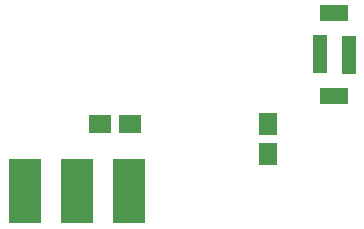
<source format=gbr>
G04 #@! TF.FileFunction,Soldermask,Top*
%FSLAX46Y46*%
G04 Gerber Fmt 4.6, Leading zero omitted, Abs format (unit mm)*
G04 Created by KiCad (PCBNEW 4.0.5) date 05/07/17 17:15:17*
%MOMM*%
%LPD*%
G01*
G04 APERTURE LIST*
%ADD10C,0.025400*%
%ADD11R,2.690000X5.480000*%
%ADD12R,2.820000X5.480000*%
%ADD13R,1.200000X3.200000*%
%ADD14R,2.400000X1.400000*%
%ADD15R,1.650000X1.900000*%
%ADD16R,1.900000X1.650000*%
G04 APERTURE END LIST*
D10*
D11*
X15758000Y3218000D03*
D12*
X11378000Y3218000D03*
X20138000Y3218000D03*
D13*
X36331200Y14798000D03*
D14*
X37551200Y18288000D03*
X37551200Y11288000D03*
D13*
X38771200Y14788000D03*
D15*
X31902400Y8870000D03*
X31902400Y6370000D03*
D16*
X20223800Y8864600D03*
X17723800Y8864600D03*
M02*

</source>
